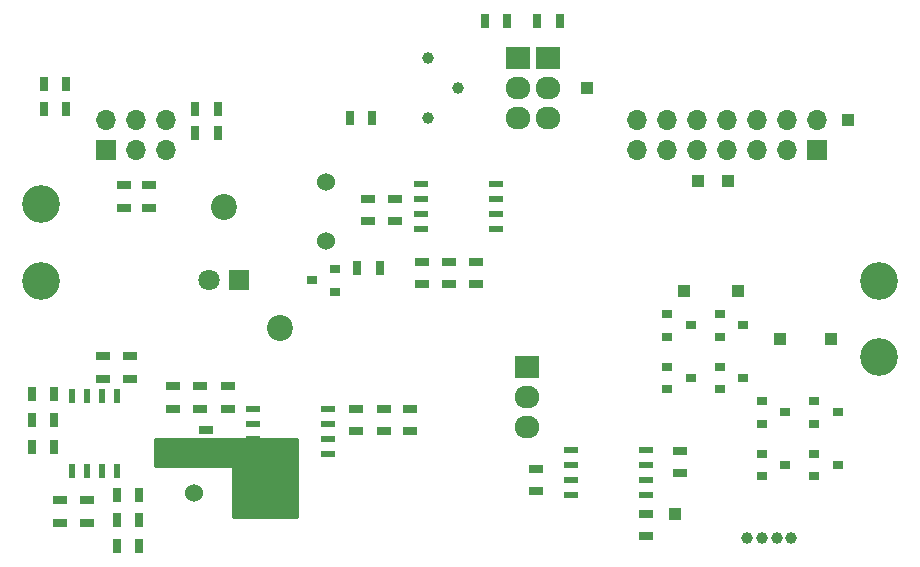
<source format=gbr>
G04 #@! TF.FileFunction,Soldermask,Top*
%FSLAX46Y46*%
G04 Gerber Fmt 4.6, Leading zero omitted, Abs format (unit mm)*
G04 Created by KiCad (PCBNEW 4.0.6-e0-6349~52~ubuntu17.04.1) date Sun Jul  9 19:24:51 2017*
%MOMM*%
%LPD*%
G01*
G04 APERTURE LIST*
%ADD10C,0.100000*%
%ADD11C,3.200000*%
%ADD12R,1.300000X0.700000*%
%ADD13R,0.700000X1.300000*%
%ADD14R,1.800000X1.800000*%
%ADD15C,1.800000*%
%ADD16C,1.524000*%
%ADD17C,1.000000*%
%ADD18R,2.100000X1.900000*%
%ADD19O,2.100000X1.900000*%
%ADD20R,0.900000X0.800000*%
%ADD21R,0.508000X1.143000*%
%ADD22R,1.143000X0.508000*%
%ADD23R,1.700000X1.700000*%
%ADD24O,1.700000X1.700000*%
%ADD25R,1.000000X1.000000*%
%ADD26C,2.200000*%
%ADD27C,0.254000*%
G04 APERTURE END LIST*
D10*
D11*
X109500000Y-103500000D03*
X180500000Y-116500000D03*
X109500000Y-110000000D03*
D12*
X146304000Y-108397000D03*
X146304000Y-110297000D03*
X136144000Y-120843000D03*
X136144000Y-122743000D03*
X138557000Y-120843000D03*
X138557000Y-122743000D03*
X140716000Y-120843000D03*
X140716000Y-122743000D03*
X125349000Y-120838000D03*
X125349000Y-118938000D03*
X122936000Y-120838000D03*
X122936000Y-118938000D03*
X120650000Y-120838000D03*
X120650000Y-118938000D03*
D13*
X109747000Y-95518000D03*
X111647000Y-95518000D03*
X110631000Y-121807000D03*
X108731000Y-121807000D03*
X115953500Y-128143000D03*
X117853500Y-128143000D03*
X124474000Y-97550000D03*
X122574000Y-97550000D03*
X110631000Y-124093000D03*
X108731000Y-124093000D03*
X115953500Y-130302000D03*
X117853500Y-130302000D03*
X110631000Y-119648000D03*
X108731000Y-119648000D03*
X115953500Y-132461000D03*
X117853500Y-132461000D03*
D12*
X116539000Y-103834000D03*
X116539000Y-101934000D03*
X151464000Y-125937000D03*
X151464000Y-127837000D03*
X160735000Y-129747000D03*
X160735000Y-131647000D03*
X163656000Y-124413000D03*
X163656000Y-126313000D03*
X141732000Y-108397000D03*
X141732000Y-110297000D03*
X144018000Y-108397000D03*
X144018000Y-110297000D03*
X139446000Y-103063000D03*
X139446000Y-104963000D03*
D14*
X126318000Y-109996000D03*
D15*
X123778000Y-109996000D03*
D16*
X133684000Y-101654000D03*
X133684000Y-106654000D03*
D17*
X169304000Y-131840000D03*
X170554000Y-131840000D03*
X173054000Y-131840000D03*
X171804000Y-131840000D03*
D18*
X150622000Y-117348000D03*
D19*
X150622000Y-119888000D03*
X150622000Y-122428000D03*
D18*
X149940000Y-91200000D03*
D19*
X149940000Y-93740000D03*
X149940000Y-96280000D03*
D18*
X152480000Y-91200000D03*
D19*
X152480000Y-93740000D03*
X152480000Y-96280000D03*
D20*
X174975000Y-120222000D03*
X174975000Y-122122000D03*
X176975000Y-121172000D03*
X174975000Y-124667000D03*
X174975000Y-126567000D03*
X176975000Y-125617000D03*
X166974000Y-112856000D03*
X166974000Y-114756000D03*
X168974000Y-113806000D03*
X166974000Y-117301000D03*
X166974000Y-119201000D03*
X168974000Y-118251000D03*
X170530000Y-120222000D03*
X170530000Y-122122000D03*
X172530000Y-121172000D03*
X170530000Y-124667000D03*
X170530000Y-126567000D03*
X172530000Y-125617000D03*
X162529000Y-112856000D03*
X162529000Y-114756000D03*
X164529000Y-113806000D03*
X162529000Y-117301000D03*
X162529000Y-119201000D03*
X164529000Y-118251000D03*
X134430000Y-110946000D03*
X134430000Y-109046000D03*
X132430000Y-109996000D03*
D13*
X109747000Y-93359000D03*
X111647000Y-93359000D03*
D12*
X113411000Y-128590000D03*
X113411000Y-130490000D03*
X111125000Y-128590000D03*
X111125000Y-130490000D03*
D13*
X124474000Y-95518000D03*
X122574000Y-95518000D03*
D12*
X118698000Y-103834000D03*
X118698000Y-101934000D03*
X114761000Y-118312000D03*
X114761000Y-116412000D03*
X117047000Y-118312000D03*
X117047000Y-116412000D03*
D13*
X136290000Y-108980000D03*
X138190000Y-108980000D03*
X135655000Y-96280000D03*
X137555000Y-96280000D03*
X148985000Y-88025000D03*
X147085000Y-88025000D03*
X153430000Y-88025000D03*
X151530000Y-88025000D03*
D12*
X137160000Y-103063000D03*
X137160000Y-104963000D03*
D17*
X142320000Y-96280000D03*
X142320000Y-91200000D03*
X144860000Y-93740000D03*
D21*
X112141000Y-119761000D03*
X113411000Y-119761000D03*
X114681000Y-119761000D03*
X115951000Y-119761000D03*
X115951000Y-126111000D03*
X114681000Y-126111000D03*
X113411000Y-126111000D03*
X112141000Y-126111000D03*
D22*
X160745000Y-124335000D03*
X160745000Y-125605000D03*
X160745000Y-126875000D03*
X160745000Y-128145000D03*
X154395000Y-128145000D03*
X154395000Y-126875000D03*
X154395000Y-125605000D03*
X154395000Y-124335000D03*
X141668500Y-105600500D03*
X141668500Y-104330500D03*
X141668500Y-103060500D03*
X141668500Y-101790500D03*
X148018500Y-101790500D03*
X148018500Y-103060500D03*
X148018500Y-104330500D03*
X148018500Y-105600500D03*
D23*
X115015000Y-98947000D03*
D24*
X115015000Y-96407000D03*
X117555000Y-98947000D03*
X117555000Y-96407000D03*
X120095000Y-98947000D03*
X120095000Y-96407000D03*
D23*
X175213000Y-98947000D03*
D24*
X175213000Y-96407000D03*
X172673000Y-98947000D03*
X172673000Y-96407000D03*
X170133000Y-98947000D03*
X170133000Y-96407000D03*
X167593000Y-98947000D03*
X167593000Y-96407000D03*
X165053000Y-98947000D03*
X165053000Y-96407000D03*
X162513000Y-98947000D03*
X162513000Y-96407000D03*
X159973000Y-98947000D03*
X159973000Y-96407000D03*
D11*
X180500000Y-110000000D03*
D16*
X130492500Y-128016000D03*
D25*
X155702000Y-93726000D03*
X176403000Y-114935000D03*
X172085000Y-114935000D03*
X168529000Y-110871000D03*
X163957000Y-110871000D03*
X163195000Y-129794000D03*
X165100000Y-101600000D03*
X167640000Y-101600000D03*
X177800000Y-96393000D03*
D16*
X127468000Y-128016000D03*
X122468000Y-128016000D03*
D26*
X129750000Y-114000000D03*
X125000000Y-103750000D03*
D12*
X123507500Y-122684500D03*
X123507500Y-124584500D03*
D22*
X127444500Y-124650500D03*
X127444500Y-123380500D03*
X127444500Y-122110500D03*
X127444500Y-120840500D03*
X133794500Y-120840500D03*
X133794500Y-122110500D03*
X133794500Y-123380500D03*
X133794500Y-124650500D03*
D27*
G36*
X131191000Y-130048000D02*
X125730000Y-130048000D01*
X125730000Y-125857000D01*
X125719994Y-125807590D01*
X125691553Y-125765965D01*
X125649159Y-125738685D01*
X125603000Y-125730000D01*
X119126000Y-125730000D01*
X119126000Y-123380500D01*
X131191000Y-123380500D01*
X131191000Y-130048000D01*
X131191000Y-130048000D01*
G37*
X131191000Y-130048000D02*
X125730000Y-130048000D01*
X125730000Y-125857000D01*
X125719994Y-125807590D01*
X125691553Y-125765965D01*
X125649159Y-125738685D01*
X125603000Y-125730000D01*
X119126000Y-125730000D01*
X119126000Y-123380500D01*
X131191000Y-123380500D01*
X131191000Y-130048000D01*
M02*

</source>
